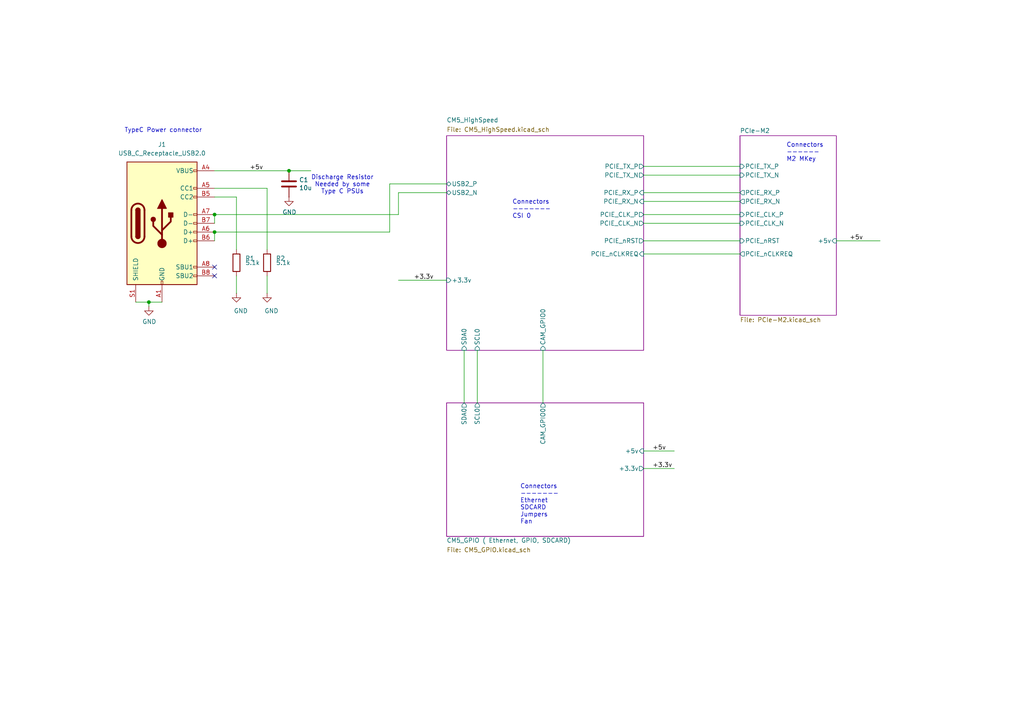
<source format=kicad_sch>
(kicad_sch (version 20231120) (generator "eeschema") (generator_version "8.0")
  (paper "A4")
  (title_block (title "BLADE CM4 CARRIER BOARD") (date "2025-01-20") (rev "0.2") (company "RapidAnalysis") (comment 1 "Author: Asad Imran"))
  (lib_symbols
    (symbol "Blade:C" (pin_numbers hide) (pin_names (offset 0.254))
      (property "Reference" "C" (at 0.635 2.54 0))
      (property "Value" "C" (at 0.635 -2.54 0))
      (symbol "C_0_1"
        (polyline (pts (xy -2.032 -0.762) (xy 2.032 -0.762)) (stroke (width 0.508)))
        (polyline (pts (xy -2.032 0.762) (xy 2.032 0.762)) (stroke (width 0.508)))
      )
      (symbol "C_1_1"
        (pin passive line (at 0 3.81 270) (length 2.794) (name "~") (number "1"))
        (pin passive line (at 0 -3.81 90) (length 2.794) (name "~") (number "2"))
      )
    )
    (symbol "Blade:R" (pin_numbers hide) (pin_names (offset 0))
      (property "Reference" "R" (at 2.032 0 90))
      (property "Value" "R" (at 0 0 90))
      (symbol "R_0_1"
        (rectangle (start -1.016 -2.54) (end 1.016 2.54) (stroke (width 0.254)))
      )
      (symbol "R_1_1"
        (pin passive line (at 0 3.81 270) (length 1.27) (name "~") (number "1"))
        (pin passive line (at 0 -3.81 90) (length 1.27) (name "~") (number "2"))
      )
    )
    (symbol "Blade:USB_C_Receptacle_USB2.0_16P" (pin_names (offset 1.016))
      (property "Reference" "J" (at 0 22.225 0))
      (property "Value" "USB_C_Receptacle_USB2.0_16P" (at 0 19.685 0))
      (symbol "USB_C_Receptacle_USB2.0_16P_0_0"
        (rectangle (start -0.254 -17.78) (end 0.254 -16.764))
        (rectangle (start 10.16 -14.986) (end 9.144 -15.494))
        (rectangle (start 10.16 -12.446) (end 9.144 -12.954))
        (rectangle (start 10.16 -4.826) (end 9.144 -5.334))
        (rectangle (start 10.16 -2.286) (end 9.144 -2.794))
        (rectangle (start 10.16 0.254) (end 9.144 -0.254))
        (rectangle (start 10.16 2.794) (end 9.144 2.286))
        (rectangle (start 10.16 7.874) (end 9.144 7.366))
        (rectangle (start 10.16 10.414) (end 9.144 9.906))
        (rectangle (start 10.16 15.494) (end 9.144 14.986))
      )
      (symbol "USB_C_Receptacle_USB2.0_16P_0_1"
        (rectangle (start -10.16 17.78) (end 10.16 -17.78) (stroke (width 0.254)) (fill (type background)))
        (arc (start -8.89 -3.81) (mid -6.985 -5.7067) (end -5.08 -3.81) (stroke (width 0.508)))
        (arc (start -7.62 -3.81) (mid -6.985 -4.4423) (end -6.35 -3.81) (stroke (width 0.254)))
        (arc (start -7.62 -3.81) (mid -6.985 -4.4423) (end -6.35 -3.81) (stroke (width 0.254)) (fill (type outline)))
        (rectangle (start -7.62 -3.81) (end -6.35 3.81) (stroke (width 0.254)) (fill (type outline)))
        (arc (start -6.35 3.81) (mid -6.985 4.4423) (end -7.62 3.81) (stroke (width 0.254)))
        (arc (start -6.35 3.81) (mid -6.985 4.4423) (end -7.62 3.81) (stroke (width 0.254)) (fill (type outline)))
        (arc (start -5.08 3.81) (mid -6.985 5.7067) (end -8.89 3.81) (stroke (width 0.508)))
        (circle (center -2.54 1.143) (radius 0.635) (stroke (width 0.254)) (fill (type outline)))
        (circle (center 0 -5.842) (radius 1.27) (fill (type outline)))
        (polyline (pts (xy -8.89 -3.81) (xy -8.89 3.81)) (stroke (width 0.508)))
        (polyline (pts (xy -5.08 3.81) (xy -5.08 -3.81)) (stroke (width 0.508)))
        (polyline (pts (xy 0 -5.842) (xy 0 4.318)) (stroke (width 0.508)))
        (polyline (pts (xy 0 -3.302) (xy -2.54 -0.762) (xy -2.54 0.508)) (stroke (width 0.508)))
        (polyline (pts (xy 0 -2.032) (xy 2.54 0.508) (xy 2.54 1.778)) (stroke (width 0.508)))
        (polyline (pts (xy -1.27 4.318) (xy 0 6.858) (xy 1.27 4.318) (xy -1.27 4.318)) (stroke (width 0.254)) (fill (type outline)))
        (rectangle (start 1.905 1.778) (end 3.175 3.048) (stroke (width 0.254)) (fill (type outline)))
      )
      (symbol "USB_C_Receptacle_USB2.0_16P_1_1"
        (pin passive line (at 0 -22.86 90) (length 5.08) (name "GND") (number "A1"))
        (pin passive line (at 0 -22.86 90) (length 5.08) hide (name "GND") (number "A12"))
        (pin passive line (at 15.24 15.24 180) (length 5.08) (name "VBUS") (number "A4"))
        (pin bidirectional line (at 15.24 10.16 180) (length 5.08) (name "CC1") (number "A5"))
        (pin bidirectional line (at 15.24 -2.54 180) (length 5.08) (name "D+") (number "A6"))
        (pin bidirectional line (at 15.24 2.54 180) (length 5.08) (name "D-") (number "A7"))
        (pin bidirectional line (at 15.24 -12.7 180) (length 5.08) (name "SBU1") (number "A8"))
        (pin passive line (at 15.24 15.24 180) (length 5.08) hide (name "VBUS") (number "A9"))
        (pin passive line (at 0 -22.86 90) (length 5.08) hide (name "GND") (number "B1"))
        (pin passive line (at 0 -22.86 90) (length 5.08) hide (name "GND") (number "B12"))
        (pin passive line (at 15.24 15.24 180) (length 5.08) hide (name "VBUS") (number "B4"))
        (pin bidirectional line (at 15.24 7.62 180) (length 5.08) (name "CC2") (number "B5"))
        (pin bidirectional line (at 15.24 -5.08 180) (length 5.08) (name "D+") (number "B6"))
        (pin bidirectional line (at 15.24 0 180) (length 5.08) (name "D-") (number "B7"))
        (pin bidirectional line (at 15.24 -15.24 180) (length 5.08) (name "SBU2") (number "B8"))
        (pin passive line (at 15.24 15.24 180) (length 5.08) hide (name "VBUS") (number "B9"))
        (pin passive line (at -7.62 -22.86 90) (length 5.08) (name "SHIELD") (number "S1"))
      )
    )
    (symbol "power:GND" (power) (pin_numbers hide) (pin_names (offset 0) hide)
      (property "Value" "GND" (at 0 -3.81 0))
      (symbol "GND_0_1"
        (polyline (pts (xy 0 0) (xy 0 -1.27) (xy 1.27 -1.27) (xy 0 -2.54) (xy -1.27 -1.27) (xy 0 -1.27)))
      )
      (symbol "GND_1_1"
        (pin power_in line (at 0 0 270) (length 0) (name "~") (number "1"))
      )
    )
  )
  (junction (at 83.82 49.53))
  (junction (at 62.23 62.23))
  (junction (at 62.23 67.31))
  (junction (at 43.18 87.63))
  (no_connect (at 62.23 80.01))
  (no_connect (at 62.23 77.47))
  (wire (pts (xy 62.23 62.23) (xy 115.57 62.23)))
  (wire (pts (xy 186.69 58.42) (xy 214.63 58.42)))
  (wire (pts (xy 62.23 67.31) (xy 113.03 67.31)))
  (wire (pts (xy 134.62 101.6) (xy 134.62 116.84)))
  (wire (pts (xy 77.47 54.61) (xy 62.23 54.61)))
  (wire (pts (xy 186.69 55.88) (xy 214.63 55.88)))
  (wire (pts (xy 113.03 53.34) (xy 129.54 53.34)))
  (wire (pts (xy 43.18 88.9) (xy 43.18 87.63)))
  (wire (pts (xy 186.69 135.89) (xy 195.58 135.89)))
  (wire (pts (xy 62.23 67.31) (xy 62.23 69.85)))
  (wire (pts (xy 43.18 87.63) (xy 46.99 87.63)))
  (wire (pts (xy 115.57 55.88) (xy 129.54 55.88)))
  (wire (pts (xy 39.37 87.63) (xy 43.18 87.63)))
  (wire (pts (xy 138.43 101.6) (xy 138.43 116.84)))
  (wire (pts (xy 62.23 62.23) (xy 62.23 64.77)))
  (wire (pts (xy 115.57 81.28) (xy 129.54 81.28)))
  (wire (pts (xy 186.69 69.85) (xy 214.63 69.85)))
  (wire (pts (xy 186.69 48.26) (xy 214.63 48.26)))
  (wire (pts (xy 62.23 49.53) (xy 83.82 49.53)))
  (wire (pts (xy 186.69 73.66) (xy 214.63 73.66)))
  (wire (pts (xy 83.82 49.53) (xy 90.17 49.53)))
  (wire (pts (xy 77.47 80.01) (xy 77.47 85.09)))
  (wire (pts (xy 242.57 69.85) (xy 255.27 69.85)))
  (wire (pts (xy 186.69 64.77) (xy 214.63 64.77)))
  (wire (pts (xy 186.69 50.8) (xy 214.63 50.8)))
  (wire (pts (xy 157.48 101.6) (xy 157.48 116.84)))
  (wire (pts (xy 68.58 57.15) (xy 68.58 72.39)))
  (wire (pts (xy 68.58 57.15) (xy 62.23 57.15)))
  (wire (pts (xy 186.69 130.81) (xy 195.58 130.81)))
  (wire (pts (xy 77.47 54.61) (xy 77.47 72.39)))
  (wire (pts (xy 115.57 62.23) (xy 115.57 55.88)))
  (wire (pts (xy 113.03 53.34) (xy 113.03 67.31)))
  (wire (pts (xy 68.58 80.01) (xy 68.58 85.09)))
  (wire (pts (xy 186.69 62.23) (xy 214.63 62.23)))
  (text "Connectors\n------\nM2 MKey" (at 228.092 46.99 0) (effects (font (size 1.27 1.27)) (justify left bottom)))
  (text "Connectors\n-------\nEthernet\nSDCARD\nJumpers\nFan" (at 150.876 152.146 0) (effects (font (size 1.27 1.27)) (justify left bottom)))
  (text "Discharge Resistor\nNeeded by some\nType C PSUs" (at 99.314 53.594 0) (effects (font (size 1.27 1.27))))
  (text "Connectors\n-------\nCSI 0" (at 148.59 63.5 0) (effects (font (size 1.27 1.27)) (justify left bottom)))
  (text "TypeC Power connector" (at 36.068 38.608 0) (effects (font (size 1.27 1.27)) (justify left bottom)))
  (label "+5v" (at 72.39 49.53 0))
  (label "+5v" (at 246.38 69.85 0))
  (label "+5v" (at 189.23 130.81 0))
  (label "+3.3v" (at 120.015 81.28 0))
  (label "+3.3v" (at 189.23 135.89 0))
  (symbol (lib_id "Blade:USB_C_Receptacle_USB2.0_16P") (at 46.99 64.77 0) (unit 1)
    (property "Reference" "J1" (at 46.99 41.91 0))
    (property "Value" "USB_C_Receptacle_USB2.0" (at 46.99 44.45 0))
    (property "Footprint" "Blade:USB_C_Receptacle_GCT_USB4105-xx-A_16P_TopMnt_Horizontal" (effects (hide yes)))
    (property "Datasheet" "https://www.usb.org/sites/default/files/documents/usb_type-c.zip" (effects (hide yes)))
    (property "Description" "USB 2.0-only 16P Type-C Receptacle connector" (effects (hide yes)))
    (property "Field5" "USBF31-0171" (effects (hide yes)))
    (property "Field6" "USBF31-0171" (effects (hide yes)))
    (property "Field7" "MTCONN" (effects (hide yes)))
    (property "Part Description" "USBC USB2 data and power connector" (effects (hide yes)))
  )
  (symbol (lib_id "Blade:C") (at 83.82 53.34 0) (unit 1)
    (property "Reference" "C1" (at 86.741 52.1716 0) (effects (justify left)))
    (property "Value" "10u" (at 86.741 54.483 0) (effects (justify left)))
    (property "Footprint" "Blade:C_0402_1005Metric" (effects (hide yes)))
    (property "Description" "Unpolarized capacitor" (effects (hide yes)))
    (property "Field4" "Farnell" (effects (hide yes)))
    (property "Field5" "2611911" (effects (hide yes)))
    (property "Field6" "RM EMK105 B7104KV-F" (effects (hide yes)))
    (property "Field7" "TAIYO YUDEN EUROPE GMBH" (effects (hide yes)))
    (property "Field8" "110091611" (effects (hide yes)))
    (property "Part Description" "	0.1uF 10% 16V Ceramic Capacitor X7R 0402 (1005 Metric)" (effects (hide yes)))
  )
  (symbol (lib_id "power:GND") (at 83.82 57.15 0) (unit 1)
    (property "Reference" "#PWR01" (effects (hide yes)))
    (property "Value" "GND" (at 83.947 61.5442 0))
    (property "Description" "Power symbol creates a global label with name \"GND\" , ground" (effects (hide yes)))
  )
  (symbol (lib_id "Blade:R") (at 68.58 76.2 0) (unit 1)
    (property "Reference" "R1" (at 71.12 74.93 0) (effects (justify left)))
    (property "Value" "5.1k" (at 71.12 76.2 0) (effects (justify left)))
    (property "Footprint" "Blade:R_0603_1608Metric_Pad0.98x0.95mm_HandSolder" (effects (hide yes)))
    (property "Description" "Resistor" (effects (hide yes)))
    (property "Manufacturer" "Yageo" (effects (hide yes)))
    (property "MPN" "RC0603FR-075K1L" (effects (hide yes)))
    (property "Digi-Key_PN" "311-5.10KHRCT-ND" (effects (hide yes)))
  )
  (symbol (lib_id "Blade:R") (at 77.47 76.2 0) (unit 1)
    (property "Reference" "R2" (at 80.01 74.93 0) (effects (justify left)))
    (property "Value" "5.1k" (at 80.01 76.2 0) (effects (justify left)))
    (property "Footprint" "Blade:R_0603_1608Metric_Pad0.98x0.95mm_HandSolder" (effects (hide yes)))
    (property "Description" "Resistor" (effects (hide yes)))
    (property "Manufacturer" "Yageo" (effects (hide yes)))
    (property "MPN" "RC0603FR-075K1L" (effects (hide yes)))
    (property "Digi-Key_PN" "311-5.10KHRCT-ND" (effects (hide yes)))
  )
  (symbol (lib_id "power:GND") (at 77.47 85.09 0) (unit 1)
    (property "Reference" "#PWR03" (effects (hide yes)))
    (property "Value" "GND" (at 78.74 90.17 0))
    (property "Description" "Power symbol creates a global label with name \"GND\" , ground" (effects (hide yes)))
  )
  (symbol (lib_id "power:GND") (at 43.18 88.9 0) (unit 1)
    (property "Reference" "#PWR04" (effects (hide yes)))
    (property "Value" "GND" (at 43.307 93.2942 0))
    (property "Description" "Power symbol creates a global label with name \"GND\" , ground" (effects (hide yes)))
  )
  (symbol (lib_id "power:GND") (at 68.58 85.09 0) (unit 1)
    (property "Reference" "#PWR02" (effects (hide yes)))
    (property "Value" "GND" (at 69.85 90.17 0))
    (property "Description" "Power symbol creates a global label with name \"GND\" , ground" (effects (hide yes)))
  )
  (sheet (at 129.54 39.37) (size 57.15 62.23) (stroke (width 0.1524) (color 132 0 132 1)) (fill (color 255 255 255 0.0000))
    (property "Sheetname" "CM5_HighSpeed" (at 129.54 35.56 0) (effects (justify left bottom)))
    (property "Sheetfile" "CM5_HighSpeed.kicad_sch" (at 129.54 36.83 0) (effects (justify left top)))
    (pin "USB2_N" bidirectional (at 129.54 55.88 180))
    (pin "USB2_P" bidirectional (at 129.54 53.34 180))
    (pin "SCL0" input (at 138.43 101.6 270))
    (pin "SDA0" input (at 134.62 101.6 270))
    (pin "PCIE_CLK_P" output (at 186.69 62.23 0))
    (pin "PCIE_CLK_N" output (at 186.69 64.77 0))
    (pin "PCIE_TX_P" output (at 186.69 48.26 0))
    (pin "PCIE_TX_N" output (at 186.69 50.8 0))
    (pin "PCIE_nRST" output (at 186.69 69.85 0))
    (pin "PCIE_RX_P" input (at 186.69 55.88 0))
    (pin "PCIE_RX_N" input (at 186.69 58.42 0))
    (pin "PCIE_nCLKREQ" input (at 186.69 73.66 0))
    (pin "+3.3v" input (at 129.54 81.28 180))
    (pin "CAM_GPIO0" input (at 157.48 101.6 270))
  )
  (sheet (at 129.54 116.84) (size 57.15 38.735) (stroke (width 0.1524) (color 132 0 132 1)) (fill (color 255 255 255 0.0000))
    (property "Sheetname" "CM5_GPIO ( Ethernet, GPIO, SDCARD)" (at 129.54 157.48 0) (effects (justify left bottom)))
    (property "Sheetfile" "CM5_GPIO.kicad_sch" (at 129.54 158.75 0) (effects (justify left top)))
    (pin "SCL0" output (at 138.43 116.84 90))
    (pin "SDA0" output (at 134.62 116.84 90))
    (pin "+5v" input (at 186.69 130.81 0))
    (pin "+3.3v" output (at 186.69 135.89 0))
    (pin "CAM_GPIO0" output (at 157.48 116.84 90))
  )
  (sheet (at 214.63 39.37) (size 27.94 52.07) (stroke (width 0.152) (color 132 0 132 1)) (fill (color 255 255 255 0.0000))
    (property "Sheetname" "PCIe-M2" (at 214.63 38.6586 0) (effects (justify left bottom)))
    (property "Sheetfile" "PCIe-M2.kicad_sch" (at 214.63 92.0244 0) (effects (justify left top)))
    (pin "PCIE_CLK_P" input (at 214.63 62.23 180))
    (pin "PCIE_CLK_N" input (at 214.63 64.77 180))
    (pin "PCIE_TX_P" input (at 214.63 48.26 180))
    (pin "PCIE_TX_N" input (at 214.63 50.8 180))
    (pin "PCIE_nCLKREQ" output (at 214.63 73.66 180))
    (pin "PCIE_nRST" input (at 214.63 69.85 180))
    (pin "PCIE_RX_P" output (at 214.63 55.88 180))
    (pin "PCIE_RX_N" output (at 214.63 58.42 180))
    (pin "+5v" input (at 242.57 69.85 0))
  )
)
</source>
